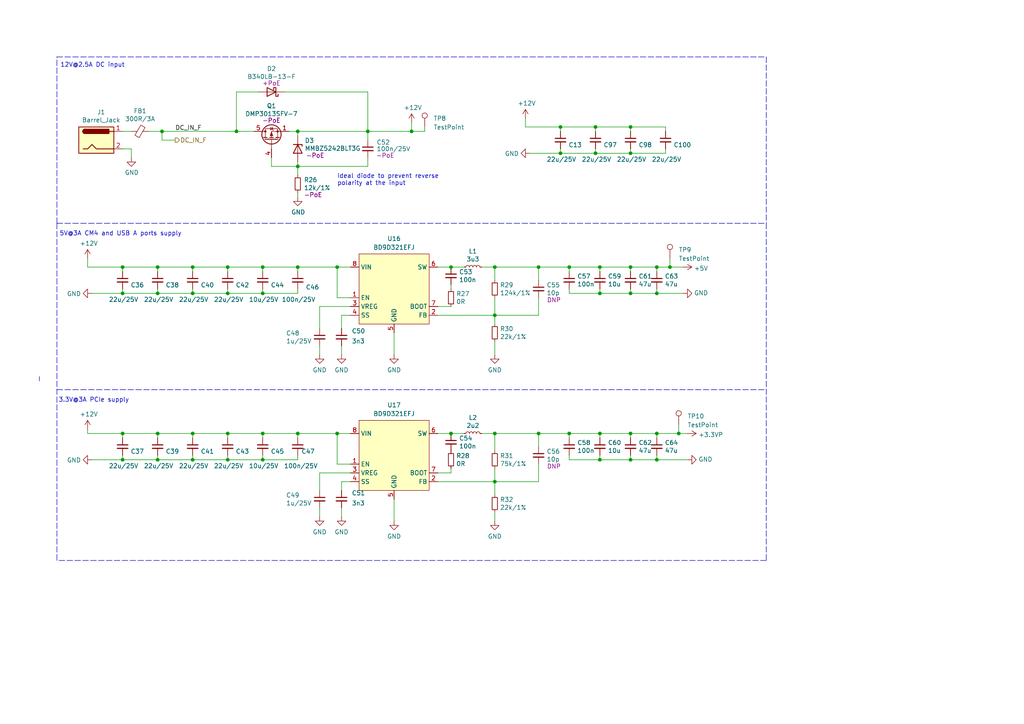
<source format=kicad_sch>
(kicad_sch (version 20210621) (generator eeschema)
  (paper "A4")
  (title_block (title "Power") (date "2021-08-30") (rev "proto1") (company "Nabu Casa") (comment 1 "www.nabucasa.com") (comment 2 "Yellow"))
  (lib_symbols
    (symbol "Amber:BD9D321EFJ"
      (property "Reference" "U16" (at 0 13.97 0))
      (property "Value" "BD9D321EFJ" (at 0 11.43 0))
      (symbol "BD9D321EFJ_0_1"
        (rectangle (start -10.16 10.16) (end 10.16 -10.16) (stroke (width 0.1524)) (fill (type background)))
      )
      (symbol "BD9D321EFJ_1_1"
        (pin input line (at -12.7 -2.54 0) (length 2.54) (name "EN") (number "1"))
        (pin passive line (at 12.7 -7.62 180) (length 2.54) (name "FB") (number "2"))
        (pin power_out line (at -12.7 -5.08 0) (length 2.54) (name "VREG") (number "3"))
        (pin input line (at -12.7 -7.62 0) (length 2.54) (name "SS") (number "4"))
        (pin power_in line (at 0 -12.7 90) (length 2.54) (name "GND") (number "5"))
        (pin power_out line (at 12.7 6.35 180) (length 2.54) (name "SW") (number "6"))
        (pin input line (at 12.7 -5.08 180) (length 2.54) (name "BOOT") (number "7"))
        (pin power_in line (at -12.7 6.35 0) (length 2.54) (name "VIN") (number "8"))
        (pin passive line (at 0 -12.7 90) (length 2.54) hide (name "GND") (number "9"))
      )
    )
    (symbol "Connector:Barrel_Jack" (pin_names (offset 1.016))
      (property "Reference" "J" (at 0 5.334 0))
      (property "Value" "Barrel_Jack" (at 0 -5.08 0))
      (symbol "Barrel_Jack_0_1"
        (rectangle (start -5.08 3.81) (end 5.08 -3.81) (stroke (width 0.254)) (fill (type background)))
        (arc (start -3.302 3.175) (mid -3.937 2.54) (end -3.302 1.905) (stroke (width 0.254)))
        (arc (start -3.302 3.175) (mid -3.937 2.54) (end -3.302 1.905) (stroke (width 0.254)) (fill (type outline)))
        (polyline (pts (xy 5.08 2.54) (xy 3.81 2.54)) (stroke (width 0.254)))
        (polyline (pts (xy -3.81 -2.54) (xy -2.54 -2.54) (xy -1.27 -1.27) (xy 0 -2.54) (xy 2.54 -2.54) (xy 5.08 -2.54)) (stroke (width 0.254)))
        (rectangle (start 3.683 3.175) (end -3.302 1.905) (stroke (width 0.254)) (fill (type outline)))
      )
      (symbol "Barrel_Jack_1_1"
        (pin passive line (at 7.62 2.54 180) (length 2.54) (name "~") (number "1"))
        (pin passive line (at 7.62 -2.54 180) (length 2.54) (name "~") (number "2"))
      )
    )
    (symbol "Connector:TestPoint" (pin_numbers hide) (pin_names (offset 0.762) hide)
      (property "Reference" "TP" (at 0 6.858 0))
      (property "Value" "TestPoint" (at 0 5.08 0))
      (symbol "TestPoint_0_1"
        (circle (center 0 3.302) (radius 0.762))
      )
      (symbol "TestPoint_1_1"
        (pin passive line (at 0 0 90) (length 2.54) (name "1") (number "1"))
      )
    )
    (symbol "Device:C_Small" (pin_numbers hide) (pin_names (offset 0.254) hide)
      (property "Reference" "C" (at 0.254 1.778 0))
      (property "Value" "C_Small" (at 0.254 -2.032 0))
      (symbol "C_Small_0_1"
        (polyline (pts (xy -1.524 -0.508) (xy 1.524 -0.508)) (stroke (width 0.3302)))
        (polyline (pts (xy -1.524 0.508) (xy 1.524 0.508)) (stroke (width 0.3048)))
      )
      (symbol "C_Small_1_1"
        (pin passive line (at 0 2.54 270) (length 2.032) (name "~") (number "1"))
        (pin passive line (at 0 -2.54 90) (length 2.032) (name "~") (number "2"))
      )
    )
    (symbol "Device:D_Schottky" (pin_numbers hide) (pin_names (offset 1.016) hide)
      (property "Reference" "D" (at 0 2.54 0))
      (property "Value" "D_Schottky" (at 0 -2.54 0))
      (symbol "D_Schottky_0_1"
        (polyline (pts (xy 1.27 0) (xy -1.27 0)))
        (polyline (pts (xy 1.27 1.27) (xy 1.27 -1.27) (xy -1.27 0) (xy 1.27 1.27)) (stroke (width 0.254)))
        (polyline (pts (xy -1.905 0.635) (xy -1.905 1.27) (xy -1.27 1.27) (xy -1.27 -1.27) (xy -0.635 -1.27) (xy -0.635 -0.635)) (stroke (width 0.254)))
      )
      (symbol "D_Schottky_1_1"
        (pin passive line (at -3.81 0 0) (length 2.54) (name "K") (number "1"))
        (pin passive line (at 3.81 0 180) (length 2.54) (name "A") (number "2"))
      )
    )
    (symbol "Device:Ferrite_Bead_Small" (pin_numbers hide) (pin_names (offset 0))
      (property "Reference" "FB" (at 1.905 1.27 0))
      (property "Value" "Ferrite_Bead_Small" (at 1.905 -1.27 0))
      (symbol "Ferrite_Bead_Small_0_1"
        (polyline (pts (xy 0 -1.27) (xy 0 -0.7874)))
        (polyline (pts (xy 0 0.889) (xy 0 1.2954)))
        (polyline (pts (xy -1.8288 0.2794) (xy -1.1176 1.4986) (xy 1.8288 -0.2032) (xy 1.1176 -1.4224) (xy -1.8288 0.2794)))
      )
      (symbol "Ferrite_Bead_Small_1_1"
        (pin passive line (at 0 2.54 270) (length 1.27) (name "~") (number "1"))
        (pin passive line (at 0 -2.54 90) (length 1.27) (name "~") (number "2"))
      )
    )
    (symbol "Device:L_Small" (pin_numbers hide) (pin_names (offset 0.254) hide)
      (property "Reference" "L" (at 0.762 1.016 0))
      (property "Value" "L_Small" (at 0.762 -1.016 0))
      (symbol "L_Small_0_1"
        (arc (start 0 -2.032) (mid 0.508 -1.524) (end 0 -1.016))
        (arc (start 0 -1.016) (mid 0.508 -0.508) (end 0 0))
        (arc (start 0 0) (mid 0.508 0.508) (end 0 1.016))
        (arc (start 0 1.016) (mid 0.508 1.524) (end 0 2.032))
      )
      (symbol "L_Small_1_1"
        (pin passive line (at 0 2.54 270) (length 0.508) (name "~") (number "1"))
        (pin passive line (at 0 -2.54 90) (length 0.508) (name "~") (number "2"))
      )
    )
    (symbol "Device:R_Small" (pin_numbers hide) (pin_names (offset 0.254) hide)
      (property "Reference" "R" (at 0.762 0.508 0))
      (property "Value" "R_Small" (at 0.762 -1.016 0))
      (symbol "R_Small_0_1"
        (rectangle (start -0.762 1.778) (end 0.762 -1.778) (stroke (width 0.2032)))
      )
      (symbol "R_Small_1_1"
        (pin passive line (at 0 2.54 270) (length 0.762) (name "~") (number "1"))
        (pin passive line (at 0 -2.54 90) (length 0.762) (name "~") (number "2"))
      )
    )
    (symbol "Diode:BZX84Cxx" (pin_numbers hide) (pin_names hide)
      (property "Reference" "D" (at 0 2.54 0))
      (property "Value" "BZX84Cxx" (at 0 -2.54 0))
      (symbol "BZX84Cxx_0_1"
        (polyline (pts (xy 1.27 0) (xy -1.27 0)))
        (polyline (pts (xy -1.27 -1.27) (xy -1.27 1.27) (xy -0.762 1.27)) (stroke (width 0.254)))
        (polyline (pts (xy 1.27 -1.27) (xy 1.27 1.27) (xy -1.27 0) (xy 1.27 -1.27)) (stroke (width 0.254)))
      )
      (symbol "BZX84Cxx_1_1"
        (pin passive line (at -3.81 0 0) (length 2.54) (name "K") (number "1"))
        (pin passive line (at 3.81 0 180) (length 2.54) (name "A") (number "2"))
      )
    )
    (symbol "Transistor_FET:DMP3013SFV" (pin_names hide)
      (property "Reference" "Q" (at 5.08 1.905 0))
      (property "Value" "DMP3013SFV" (at 5.08 0 0))
      (symbol "DMP3013SFV_0_1"
        (polyline (pts (xy 0.254 0) (xy -2.54 0)))
        (polyline (pts (xy 0.254 1.905) (xy 0.254 -1.905)) (stroke (width 0.254)))
        (polyline (pts (xy 0.762 -1.27) (xy 0.762 -2.286)) (stroke (width 0.254)))
        (polyline (pts (xy 0.762 0.508) (xy 0.762 -0.508)) (stroke (width 0.254)))
        (polyline (pts (xy 0.762 2.286) (xy 0.762 1.27)) (stroke (width 0.254)))
        (polyline (pts (xy 2.54 2.54) (xy 2.54 1.778)))
        (polyline (pts (xy 2.54 -2.54) (xy 2.54 0) (xy 0.762 0)))
        (polyline (pts (xy 0.762 1.778) (xy 3.302 1.778) (xy 3.302 -1.778) (xy 0.762 -1.778)))
        (polyline (pts (xy 2.286 0) (xy 1.27 0.381) (xy 1.27 -0.381) (xy 2.286 0)) (fill (type outline)))
        (polyline (pts (xy 2.794 -0.508) (xy 2.921 -0.381) (xy 3.683 -0.381) (xy 3.81 -0.254)))
        (polyline (pts (xy 3.302 -0.381) (xy 2.921 0.254) (xy 3.683 0.254) (xy 3.302 -0.381)))
        (circle (center 1.651 0) (radius 2.794) (stroke (width 0.254)))
        (circle (center 2.54 -1.778) (radius 0.254) (fill (type outline)))
        (circle (center 2.54 1.778) (radius 0.254) (fill (type outline)))
      )
      (symbol "DMP3013SFV_1_1"
        (pin passive line (at 2.54 -5.08 90) (length 2.54) (name "S") (number "1"))
        (pin passive line (at 2.54 -5.08 90) (length 2.54) hide (name "S") (number "2"))
        (pin passive line (at 2.54 -5.08 90) (length 2.54) hide (name "S") (number "3"))
        (pin passive line (at -5.08 0 0) (length 2.54) (name "G") (number "4"))
        (pin passive line (at 2.54 5.08 270) (length 2.54) (name "D") (number "5"))
      )
    )
    (symbol "power:+12V" (power) (pin_names (offset 0))
      (property "Value" "+12V" (at 0 3.556 0))
      (symbol "+12V_0_1"
        (polyline (pts (xy -0.762 1.27) (xy 0 2.54)))
        (polyline (pts (xy 0 0) (xy 0 2.54)))
        (polyline (pts (xy 0 2.54) (xy 0.762 1.27)))
      )
      (symbol "+12V_1_1"
        (pin power_in line (at 0 0 90) (length 0) hide (name "+12V") (number "1"))
      )
    )
    (symbol "power:+3.3VP" (power) (pin_names (offset 0))
      (property "Value" "+3.3VP" (at 0 2.54 0))
      (symbol "+3.3VP_0_0"
        (pin power_in line (at 0 0 90) (length 0) hide (name "+3.3VP") (number "1"))
      )
      (symbol "+3.3VP_0_1"
        (polyline (pts (xy -0.762 1.27) (xy 0 2.54)))
        (polyline (pts (xy 0 0) (xy 0 2.54)))
        (polyline (pts (xy 0 2.54) (xy 0.762 1.27)))
      )
    )
    (symbol "power:+5V" (power) (pin_names (offset 0))
      (property "Value" "+5V" (at 0 3.556 0))
      (symbol "+5V_0_1"
        (polyline (pts (xy -0.762 1.27) (xy 0 2.54)))
        (polyline (pts (xy 0 0) (xy 0 2.54)))
        (polyline (pts (xy 0 2.54) (xy 0.762 1.27)))
      )
      (symbol "+5V_1_1"
        (pin power_in line (at 0 0 90) (length 0) hide (name "+5V") (number "1"))
      )
    )
    (symbol "power:GND" (power) (pin_names (offset 0))
      (property "Value" "GND" (at 0 -3.81 0))
      (symbol "GND_0_1"
        (polyline (pts (xy 0 0) (xy 0 -1.27) (xy 1.27 -1.27) (xy 0 -2.54) (xy -1.27 -1.27) (xy 0 -1.27)))
      )
      (symbol "GND_1_1"
        (pin power_in line (at 0 0 270) (length 0) hide (name "GND") (number "1"))
      )
    )
  )
  (junction (at 182.88 125.73) (diameter 0.9144))
  (junction (at 173.99 85.09) (diameter 0.9144))
  (junction (at 68.58 38.1) (diameter 0.9144))
  (junction (at 35.56 133.35) (diameter 0.9144))
  (junction (at 86.36 125.73) (diameter 0.9144))
  (junction (at 156.21 77.47) (diameter 0.9144))
  (junction (at 190.5 77.47) (diameter 0.9144))
  (junction (at 162.56 36.83) (diameter 0.9144))
  (junction (at 190.5 85.09) (diameter 0.9144))
  (junction (at 190.5 133.35) (diameter 0.9144))
  (junction (at 196.85 125.73) (diameter 0.9144))
  (junction (at 66.04 85.09) (diameter 0.9144))
  (junction (at 165.1 77.47) (diameter 0.9144))
  (junction (at 55.88 77.47) (diameter 0.9144))
  (junction (at 66.04 125.73) (diameter 0.9144))
  (junction (at 45.72 77.47) (diameter 0.9144))
  (junction (at 97.79 77.47) (diameter 0.9144))
  (junction (at 165.1 125.73) (diameter 0.9144))
  (junction (at 143.51 139.7) (diameter 0.9144))
  (junction (at 119.38 38.1) (diameter 0.9144))
  (junction (at 76.2 125.73) (diameter 0.9144))
  (junction (at 86.36 48.26) (diameter 0.9144))
  (junction (at 45.72 85.09) (diameter 0.9144))
  (junction (at 182.88 44.45) (diameter 0.9144))
  (junction (at 130.81 125.73) (diameter 0.9144))
  (junction (at 194.31 77.47) (diameter 0.9144))
  (junction (at 35.56 85.09) (diameter 0.9144))
  (junction (at 162.56 44.45) (diameter 0.9144))
  (junction (at 66.04 133.35) (diameter 0.9144))
  (junction (at 130.81 77.47) (diameter 0.9144))
  (junction (at 143.51 77.47) (diameter 0.9144))
  (junction (at 143.51 91.44) (diameter 0.9144))
  (junction (at 35.56 125.73) (diameter 0.9144))
  (junction (at 66.04 77.47) (diameter 0.9144))
  (junction (at 76.2 77.47) (diameter 0.9144))
  (junction (at 45.72 133.35) (diameter 0.9144))
  (junction (at 45.72 125.73) (diameter 0.9144))
  (junction (at 106.68 38.1) (diameter 0.9144))
  (junction (at 86.36 77.47) (diameter 0.9144))
  (junction (at 182.88 85.09) (diameter 0.9144))
  (junction (at 182.88 77.47) (diameter 0.9144))
  (junction (at 173.99 77.47) (diameter 0.9144))
  (junction (at 86.36 38.1) (diameter 0.9144))
  (junction (at 97.79 125.73) (diameter 0.9144))
  (junction (at 55.88 133.35) (diameter 0.9144))
  (junction (at 55.88 85.09) (diameter 0.9144))
  (junction (at 172.72 36.83) (diameter 0.9144))
  (junction (at 46.99 38.1) (diameter 0.9144))
  (junction (at 143.51 125.73) (diameter 0.9144))
  (junction (at 55.88 125.73) (diameter 0.9144))
  (junction (at 156.21 125.73) (diameter 0.9144))
  (junction (at 76.2 85.09) (diameter 0.9144))
  (junction (at 182.88 36.83) (diameter 0.9144))
  (junction (at 35.56 77.47) (diameter 0.9144))
  (junction (at 172.72 44.45) (diameter 0.9144))
  (junction (at 173.99 125.73) (diameter 0.9144))
  (junction (at 190.5 125.73) (diameter 0.9144))
  (junction (at 173.99 133.35) (diameter 0.9144))
  (junction (at 182.88 133.35) (diameter 0.9144))
  (junction (at 76.2 133.35) (diameter 0.9144))
  (wire (pts (xy 106.68 38.1) (xy 106.68 40.64)))
  (wire (pts (xy 182.88 132.08) (xy 182.88 133.35)))
  (wire (pts (xy 182.88 43.18) (xy 182.88 44.45)))
  (wire (pts (xy 45.72 125.73) (xy 45.72 127)))
  (polyline (pts (xy 16.51 113.03) (xy 222.25 113.03)) (stroke (width 0) (type dash)))
  (wire (pts (xy 127 88.9) (xy 130.81 88.9)))
  (wire (pts (xy 66.04 77.47) (xy 66.04 78.74)))
  (wire (pts (xy 35.56 125.73) (xy 45.72 125.73)))
  (wire (pts (xy 119.38 35.56) (xy 119.38 38.1)))
  (wire (pts (xy 119.38 38.1) (xy 106.68 38.1)))
  (wire (pts (xy 55.88 77.47) (xy 66.04 77.47)))
  (wire (pts (xy 82.55 26.67) (xy 106.68 26.67)))
  (wire (pts (xy 143.51 77.47) (xy 143.51 81.28)))
  (wire (pts (xy 83.82 38.1) (xy 86.36 38.1)))
  (wire (pts (xy 162.56 36.83) (xy 172.72 36.83)))
  (wire (pts (xy 173.99 125.73) (xy 182.88 125.73)))
  (wire (pts (xy 165.1 125.73) (xy 173.99 125.73)))
  (wire (pts (xy 156.21 125.73) (xy 165.1 125.73)))
  (wire (pts (xy 55.88 83.82) (xy 55.88 85.09)))
  (wire (pts (xy 190.5 132.08) (xy 190.5 133.35)))
  (wire (pts (xy 106.68 45.72) (xy 106.68 48.26)))
  (wire (pts (xy 86.36 77.47) (xy 86.36 78.74)))
  (wire (pts (xy 165.1 77.47) (xy 165.1 78.74)))
  (wire (pts (xy 152.4 36.83) (xy 162.56 36.83)))
  (wire (pts (xy 114.3 96.52) (xy 114.3 102.87)))
  (wire (pts (xy 190.5 85.09) (xy 198.12 85.09)))
  (wire (pts (xy 86.36 132.08) (xy 86.36 133.35)))
  (wire (pts (xy 130.81 77.47) (xy 134.62 77.47)))
  (wire (pts (xy 127 77.47) (xy 130.81 77.47)))
  (wire (pts (xy 86.36 46.99) (xy 86.36 48.26)))
  (wire (pts (xy 190.5 77.47) (xy 194.31 77.47)))
  (wire (pts (xy 194.31 77.47) (xy 198.12 77.47)))
  (wire (pts (xy 182.88 36.83) (xy 182.88 38.1)))
  (wire (pts (xy 190.5 125.73) (xy 196.85 125.73)))
  (wire (pts (xy 196.85 125.73) (xy 199.39 125.73)))
  (wire (pts (xy 86.36 38.1) (xy 106.68 38.1)))
  (wire (pts (xy 153.67 44.45) (xy 162.56 44.45)))
  (wire (pts (xy 86.36 125.73) (xy 86.36 127)))
  (wire (pts (xy 190.5 133.35) (xy 199.39 133.35)))
  (wire (pts (xy 35.56 132.08) (xy 35.56 133.35)))
  (wire (pts (xy 190.5 125.73) (xy 190.5 127)))
  (wire (pts (xy 182.88 36.83) (xy 193.04 36.83)))
  (wire (pts (xy 190.5 77.47) (xy 190.5 78.74)))
  (wire (pts (xy 66.04 132.08) (xy 66.04 133.35)))
  (wire (pts (xy 45.72 83.82) (xy 45.72 85.09)))
  (wire (pts (xy 35.56 77.47) (xy 35.56 78.74)))
  (wire (pts (xy 173.99 133.35) (xy 182.88 133.35)))
  (wire (pts (xy 156.21 86.36) (xy 156.21 91.44)))
  (wire (pts (xy 35.56 125.73) (xy 35.56 127)))
  (wire (pts (xy 165.1 85.09) (xy 173.99 85.09)))
  (wire (pts (xy 99.06 147.32) (xy 99.06 149.86)))
  (wire (pts (xy 123.19 36.83) (xy 123.19 38.1)))
  (wire (pts (xy 123.19 38.1) (xy 119.38 38.1)))
  (wire (pts (xy 196.85 123.19) (xy 196.85 125.73)))
  (wire (pts (xy 156.21 125.73) (xy 156.21 129.54)))
  (wire (pts (xy 86.36 38.1) (xy 86.36 39.37)))
  (wire (pts (xy 68.58 26.67) (xy 74.93 26.67)))
  (wire (pts (xy 68.58 38.1) (xy 68.58 26.67)))
  (wire (pts (xy 78.74 48.26) (xy 86.36 48.26)))
  (wire (pts (xy 78.74 45.72) (xy 78.74 48.26)))
  (wire (pts (xy 156.21 77.47) (xy 165.1 77.47)))
  (wire (pts (xy 143.51 77.47) (xy 156.21 77.47)))
  (wire (pts (xy 45.72 77.47) (xy 45.72 78.74)))
  (wire (pts (xy 97.79 86.36) (xy 101.6 86.36)))
  (wire (pts (xy 97.79 86.36) (xy 97.79 77.47)))
  (wire (pts (xy 92.71 100.33) (xy 92.71 102.87)))
  (wire (pts (xy 76.2 85.09) (xy 86.36 85.09)))
  (wire (pts (xy 66.04 85.09) (xy 76.2 85.09)))
  (wire (pts (xy 152.4 34.29) (xy 152.4 36.83)))
  (wire (pts (xy 114.3 144.78) (xy 114.3 151.13)))
  (wire (pts (xy 162.56 43.18) (xy 162.56 44.45)))
  (wire (pts (xy 99.06 91.44) (xy 99.06 95.25)))
  (wire (pts (xy 66.04 125.73) (xy 66.04 127)))
  (wire (pts (xy 55.88 85.09) (xy 66.04 85.09)))
  (wire (pts (xy 66.04 85.09) (xy 66.04 83.82)))
  (wire (pts (xy 165.1 77.47) (xy 173.99 77.47)))
  (wire (pts (xy 173.99 77.47) (xy 182.88 77.47)))
  (wire (pts (xy 38.1 43.18) (xy 38.1 45.72)))
  (wire (pts (xy 76.2 125.73) (xy 76.2 127)))
  (wire (pts (xy 173.99 125.73) (xy 173.99 127)))
  (wire (pts (xy 130.81 125.73) (xy 134.62 125.73)))
  (wire (pts (xy 139.7 125.73) (xy 143.51 125.73)))
  (wire (pts (xy 127 125.73) (xy 130.81 125.73)))
  (wire (pts (xy 173.99 77.47) (xy 173.99 78.74)))
  (wire (pts (xy 86.36 55.88) (xy 86.36 57.15)))
  (wire (pts (xy 55.88 132.08) (xy 55.88 133.35)))
  (wire (pts (xy 172.72 44.45) (xy 182.88 44.45)))
  (polyline (pts (xy 16.51 64.77) (xy 222.25 64.77)) (stroke (width 0) (type dash)))
  (wire (pts (xy 172.72 36.83) (xy 172.72 38.1)))
  (wire (pts (xy 173.99 132.08) (xy 173.99 133.35)))
  (wire (pts (xy 127 137.16) (xy 130.81 137.16)))
  (wire (pts (xy 35.56 83.82) (xy 35.56 85.09)))
  (wire (pts (xy 86.36 125.73) (xy 97.79 125.73)))
  (wire (pts (xy 97.79 125.73) (xy 101.6 125.73)))
  (polyline (pts (xy 16.51 64.77) (xy 16.51 162.56)) (stroke (width 0) (type dash)))
  (wire (pts (xy 182.88 77.47) (xy 182.88 78.74)))
  (wire (pts (xy 162.56 44.45) (xy 172.72 44.45)))
  (wire (pts (xy 35.56 38.1) (xy 38.1 38.1)))
  (wire (pts (xy 92.71 88.9) (xy 92.71 95.25)))
  (wire (pts (xy 45.72 77.47) (xy 55.88 77.47)))
  (wire (pts (xy 45.72 133.35) (xy 55.88 133.35)))
  (wire (pts (xy 92.71 147.32) (xy 92.71 149.86)))
  (wire (pts (xy 55.88 77.47) (xy 55.88 78.74)))
  (wire (pts (xy 92.71 137.16) (xy 101.6 137.16)))
  (wire (pts (xy 165.1 83.82) (xy 165.1 85.09)))
  (wire (pts (xy 25.4 77.47) (xy 35.56 77.47)))
  (wire (pts (xy 99.06 100.33) (xy 99.06 102.87)))
  (wire (pts (xy 165.1 132.08) (xy 165.1 133.35)))
  (wire (pts (xy 143.51 125.73) (xy 156.21 125.73)))
  (wire (pts (xy 25.4 124.46) (xy 25.4 125.73)))
  (wire (pts (xy 182.88 77.47) (xy 190.5 77.47)))
  (wire (pts (xy 35.56 43.18) (xy 38.1 43.18)))
  (wire (pts (xy 76.2 83.82) (xy 76.2 85.09)))
  (wire (pts (xy 156.21 77.47) (xy 156.21 81.28)))
  (wire (pts (xy 143.51 125.73) (xy 143.51 130.81)))
  (wire (pts (xy 172.72 36.83) (xy 182.88 36.83)))
  (wire (pts (xy 76.2 77.47) (xy 86.36 77.47)))
  (wire (pts (xy 66.04 77.47) (xy 76.2 77.47)))
  (wire (pts (xy 66.04 133.35) (xy 76.2 133.35)))
  (wire (pts (xy 55.88 133.35) (xy 66.04 133.35)))
  (wire (pts (xy 143.51 139.7) (xy 156.21 139.7)))
  (wire (pts (xy 182.88 125.73) (xy 182.88 127)))
  (wire (pts (xy 76.2 132.08) (xy 76.2 133.35)))
  (wire (pts (xy 143.51 86.36) (xy 143.51 91.44)))
  (wire (pts (xy 173.99 83.82) (xy 173.99 85.09)))
  (wire (pts (xy 143.51 91.44) (xy 143.51 93.98)))
  (wire (pts (xy 99.06 139.7) (xy 101.6 139.7)))
  (wire (pts (xy 76.2 133.35) (xy 86.36 133.35)))
  (wire (pts (xy 86.36 85.09) (xy 86.36 83.82)))
  (wire (pts (xy 46.99 40.64) (xy 46.99 38.1)))
  (wire (pts (xy 50.8 40.64) (xy 46.99 40.64)))
  (wire (pts (xy 99.06 91.44) (xy 101.6 91.44)))
  (wire (pts (xy 35.56 133.35) (xy 45.72 133.35)))
  (wire (pts (xy 173.99 85.09) (xy 182.88 85.09)))
  (wire (pts (xy 92.71 137.16) (xy 92.71 142.24)))
  (wire (pts (xy 92.71 88.9) (xy 101.6 88.9)))
  (wire (pts (xy 182.88 125.73) (xy 190.5 125.73)))
  (wire (pts (xy 127 139.7) (xy 143.51 139.7)))
  (wire (pts (xy 45.72 125.73) (xy 55.88 125.73)))
  (wire (pts (xy 99.06 139.7) (xy 99.06 142.24)))
  (wire (pts (xy 97.79 134.62) (xy 101.6 134.62)))
  (wire (pts (xy 172.72 43.18) (xy 172.72 44.45)))
  (polyline (pts (xy 16.51 64.77) (xy 16.51 16.51)) (stroke (width 0) (type dash)))
  (polyline (pts (xy 16.51 16.51) (xy 222.25 16.51)) (stroke (width 0) (type dash)))
  (polyline (pts (xy 222.25 16.51) (xy 222.25 64.77)) (stroke (width 0) (type dash)))
  (wire (pts (xy 190.5 83.82) (xy 190.5 85.09)))
  (wire (pts (xy 45.72 132.08) (xy 45.72 133.35)))
  (wire (pts (xy 143.51 135.89) (xy 143.51 139.7)))
  (wire (pts (xy 143.51 139.7) (xy 143.51 143.51)))
  (wire (pts (xy 66.04 125.73) (xy 76.2 125.73)))
  (wire (pts (xy 55.88 125.73) (xy 66.04 125.73)))
  (wire (pts (xy 35.56 85.09) (xy 45.72 85.09)))
  (wire (pts (xy 45.72 85.09) (xy 55.88 85.09)))
  (wire (pts (xy 26.67 85.09) (xy 35.56 85.09)))
  (wire (pts (xy 35.56 77.47) (xy 45.72 77.47)))
  (wire (pts (xy 130.81 135.89) (xy 130.81 137.16)))
  (wire (pts (xy 182.88 44.45) (xy 193.04 44.45)))
  (wire (pts (xy 76.2 125.73) (xy 86.36 125.73)))
  (wire (pts (xy 156.21 134.62) (xy 156.21 139.7)))
  (wire (pts (xy 162.56 36.83) (xy 162.56 38.1)))
  (wire (pts (xy 127 91.44) (xy 143.51 91.44)))
  (wire (pts (xy 143.51 91.44) (xy 156.21 91.44)))
  (wire (pts (xy 143.51 148.59) (xy 143.51 151.13)))
  (wire (pts (xy 25.4 125.73) (xy 35.56 125.73)))
  (wire (pts (xy 193.04 44.45) (xy 193.04 43.18)))
  (wire (pts (xy 194.31 74.93) (xy 194.31 77.47)))
  (wire (pts (xy 165.1 125.73) (xy 165.1 127)))
  (wire (pts (xy 182.88 85.09) (xy 190.5 85.09)))
  (wire (pts (xy 182.88 133.35) (xy 190.5 133.35)))
  (wire (pts (xy 55.88 125.73) (xy 55.88 127)))
  (polyline (pts (xy 222.25 64.77) (xy 222.25 162.56)) (stroke (width 0) (type dash)))
  (wire (pts (xy 97.79 134.62) (xy 97.79 125.73)))
  (wire (pts (xy 26.67 133.35) (xy 35.56 133.35)))
  (polyline (pts (xy 222.25 162.56) (xy 16.51 162.56)) (stroke (width 0) (type dash)))
  (wire (pts (xy 86.36 48.26) (xy 86.36 50.8)))
  (wire (pts (xy 68.58 38.1) (xy 73.66 38.1)))
  (wire (pts (xy 46.99 38.1) (xy 68.58 38.1)))
  (wire (pts (xy 43.18 38.1) (xy 46.99 38.1)))
  (polyline (pts (xy 11.43 109.22) (xy 11.43 110.49)) (stroke (width 0) (type dash)))
  (wire (pts (xy 97.79 77.47) (xy 101.6 77.47)))
  (wire (pts (xy 86.36 77.47) (xy 97.79 77.47)))
  (wire (pts (xy 165.1 133.35) (xy 173.99 133.35)))
  (wire (pts (xy 143.51 99.06) (xy 143.51 102.87)))
  (wire (pts (xy 193.04 36.83) (xy 193.04 38.1)))
  (wire (pts (xy 25.4 74.93) (xy 25.4 77.47)))
  (wire (pts (xy 86.36 48.26) (xy 106.68 48.26)))
  (wire (pts (xy 106.68 26.67) (xy 106.68 38.1)))
  (wire (pts (xy 182.88 83.82) (xy 182.88 85.09)))
  (wire (pts (xy 76.2 77.47) (xy 76.2 78.74)))
  (wire (pts (xy 139.7 77.47) (xy 143.51 77.47)))
  (wire (pts (xy 130.81 82.55) (xy 130.81 83.82)))
  (text "3.3V@3A PCIe supply" (at 37.465 116.84 180) (effects (font (size 1.27 1.27)) (justify right bottom)))
  (text "Ideal diode to prevent reverse\npolarity at the input" (at 97.79 53.975 0) (effects (font (size 1.27 1.27)) (justify left bottom)))
  (text "5V@3A CM4 and USB A ports supply" (at 52.705 68.58 180) (effects (font (size 1.27 1.27)) (justify right bottom)))
  (text "12V@2.5A DC input" (at 36.195 19.685 180) (effects (font (size 1.27 1.27)) (justify right bottom)))
  (label "DC_IN_F" (at 50.8 38.1 0))
  (hierarchical_label "DC_IN_F" (shape output) (at 50.8 40.64 0))
  (symbol (lib_id "Device:R_Small") (at 143.51 83.82 180) (unit 1)
    (property "Reference" "R29" (at 145.0087 82.6706 0) (effects (justify right)))
    (property "Value" "124k/1%" (at 145.009 84.969 0) (effects (justify right)))
    (property "Footprint" "Resistor_SMD:R_0402_1005Metric" (effects hide))
  )
  (symbol (lib_id "power:+5V") (at 198.12 77.47 270) (unit 1)
    (property "Reference" "#PWR0110" (effects hide))
    (property "Value" "+5V" (at 201.2951 77.8383 90) (effects (justify left)))
  )
  (symbol (lib_id "Device:C_Small") (at 165.1 129.54 0) (unit 1)
    (property "Reference" "C58" (at 167.4242 128.3906 0) (effects (justify left)))
    (property "Value" "100n" (at 167.424 130.689 0) (effects (justify left)))
    (property "Footprint" "Capacitor_SMD:C_0402_1005Metric" (effects hide))
  )
  (symbol (lib_id "Device:R_Small") (at 130.81 86.36 180) (unit 1)
    (property "Reference" "R27" (at 132.3087 85.2106 0) (effects (justify right)))
    (property "Value" "0R" (at 132.309 87.509 0) (effects (justify right)))
    (property "Footprint" "Resistor_SMD:R_0402_1005Metric" (effects hide))
  )
  (symbol (lib_id "Device:C_Small") (at 190.5 129.54 0) (unit 1)
    (property "Reference" "C64" (at 192.8242 128.3906 0) (effects (justify left)))
    (property "Value" "47u" (at 192.824 130.689 0) (effects (justify left)))
    (property "Footprint" "Capacitor_SMD:C_0805_2012Metric" (effects hide))
  )
  (symbol (lib_id "Device:C_Small") (at 182.88 81.28 0) (unit 1)
    (property "Reference" "C61" (at 185.2042 80.1306 0) (effects (justify left)))
    (property "Value" "47u" (at 185.204 82.429 0) (effects (justify left)))
    (property "Footprint" "Capacitor_SMD:C_0805_2012Metric" (effects hide))
  )
  (symbol (lib_id "Amber:BD9D321EFJ") (at 114.3 83.82 0) (unit 1)
    (property "Reference" "U16" (at 114.3 69.215 0))
    (property "Value" "BD9D321EFJ" (at 114.3 71.755 0))
    (property "Footprint" "Package_SO:HTSOP-8-1EP_3.9x4.9mm_P1.27mm_EP2.4x3.2mm_ThermalVias" (effects hide))
    (property "Datasheet" "https://fscdn.rohm.com/en/products/databook/datasheet/ic/power/switching_regulator/bd9d321efj-e.pdf" (effects hide))
    (property "Manufacturer" "Rohm" (effects hide))
    (property "PartNumber" "BD9D321EFJ" (effects hide))
  )
  (symbol (lib_id "power:+3.3VP") (at 199.39 125.73 270) (unit 1)
    (property "Reference" "#PWR0112" (effects hide))
    (property "Value" "+3.3VP" (at 202.5651 126.0983 90) (effects (justify left)))
  )
  (symbol (lib_id "Device:C_Small") (at 106.68 43.18 0) (unit 1)
    (property "Reference" "C52" (at 109.22 41.275 0) (effects (justify left)))
    (property "Value" "100n/25V" (at 109.22 43.18 0) (effects (justify left)))
    (property "Footprint" "Capacitor_SMD:C_0402_1005Metric" (effects hide))
    (property "Config" "-PoE" (at 111.76 45.085 0))
  )
  (symbol (lib_id "Device:C_Small") (at 193.04 40.64 0) (unit 1)
    (property "Reference" "C100" (at 195.3642 42.0306 0) (effects (justify left)))
    (property "Value" "22u/25V" (at 189.014 46.234 0) (effects (justify left)))
    (property "Footprint" "Capacitor_SMD:C_0805_2012Metric" (effects hide))
  )
  (symbol (lib_id "Device:R_Small") (at 143.51 133.35 180) (unit 1)
    (property "Reference" "R31" (at 145.0087 132.2006 0) (effects (justify right)))
    (property "Value" "75k/1%" (at 145.009 134.499 0) (effects (justify right)))
    (property "Footprint" "Resistor_SMD:R_0402_1005Metric" (effects hide))
  )
  (symbol (lib_id "Device:C_Small") (at 66.04 129.54 0) (unit 1)
    (property "Reference" "C43" (at 68.3642 130.9306 0) (effects (justify left)))
    (property "Value" "22u/25V" (at 62.014 135.134 0) (effects (justify left)))
    (property "Footprint" "Capacitor_SMD:C_0805_2012Metric" (effects hide))
  )
  (symbol (lib_id "Device:C_Small") (at 173.99 129.54 0) (unit 1)
    (property "Reference" "C60" (at 176.3142 128.3906 0) (effects (justify left)))
    (property "Value" "10u" (at 176.314 130.689 0) (effects (justify left)))
    (property "Footprint" "Capacitor_SMD:C_0805_2012Metric" (effects hide))
  )
  (symbol (lib_id "power:GND") (at 114.3 151.13 0) (unit 1)
    (property "Reference" "#PWR0106" (effects hide))
    (property "Value" "GND" (at 114.3 155.575 0))
  )
  (symbol (lib_id "Device:C_Small") (at 156.21 132.08 0) (unit 1)
    (property "Reference" "C56" (at 158.5342 130.9306 0) (effects (justify left)))
    (property "Value" "10p" (at 158.534 133.229 0) (effects (justify left)))
    (property "Footprint" "Capacitor_SMD:C_0402_1005Metric" (effects hide))
    (property "Config" "DNP" (at 160.655 135.255 0))
  )
  (symbol (lib_id "power:GND") (at 114.3 102.87 0) (unit 1)
    (property "Reference" "#PWR0105" (effects hide))
    (property "Value" "GND" (at 114.3 107.315 0))
  )
  (symbol (lib_id "Device:C_Small") (at 173.99 81.28 0) (unit 1)
    (property "Reference" "C59" (at 176.3142 80.1306 0) (effects (justify left)))
    (property "Value" "10u" (at 176.314 82.429 0) (effects (justify left)))
    (property "Footprint" "Capacitor_SMD:C_0805_2012Metric" (effects hide))
  )
  (symbol (lib_id "power:+12V") (at 25.4 74.93 0) (unit 1)
    (property "Reference" "#PWR095" (effects hide))
    (property "Value" "+12V" (at 25.7683 70.6056 0))
  )
  (symbol (lib_id "power:+12V") (at 25.4 124.46 0) (unit 1)
    (property "Reference" "#PWR096" (effects hide))
    (property "Value" "+12V" (at 25.7683 120.1356 0))
  )
  (symbol (lib_id "Device:C_Small") (at 55.88 81.28 0) (unit 1)
    (property "Reference" "C40" (at 58.2042 82.6706 0) (effects (justify left)))
    (property "Value" "22u/25V" (at 51.854 86.874 0) (effects (justify left)))
    (property "Footprint" "Capacitor_SMD:C_0805_2012Metric" (effects hide))
  )
  (symbol (lib_id "power:+12V") (at 119.38 35.56 0) (unit 1)
    (property "Reference" "#PWR0107" (effects hide))
    (property "Value" "+12V" (at 119.7483 31.2356 0))
  )
  (symbol (lib_id "Device:L_Small") (at 137.16 77.47 90) (unit 1)
    (property "Reference" "L1" (at 137.16 72.8788 90))
    (property "Value" "3u3" (at 137.16 75.178 90))
    (property "Footprint" "Inductor_SMD:L_Taiyo-Yuden_NR-80xx" (effects hide))
    (property "Manufacturer" "Taiyo Yuden" (effects hide))
    (property "PartNumber" "NRS8030T3R3MJGJ" (effects hide))
  )
  (symbol (lib_id "power:GND") (at 143.51 102.87 0) (unit 1)
    (property "Reference" "#PWR0108" (effects hide))
    (property "Value" "GND" (at 143.51 107.315 0))
  )
  (symbol (lib_id "power:GND") (at 153.67 44.45 270) (unit 1)
    (property "Reference" "#PWR035" (effects hide))
    (property "Value" "GND" (at 150.495 44.5643 90) (effects (justify right)))
  )
  (symbol (lib_id "power:GND") (at 86.36 57.15 0) (unit 1)
    (property "Reference" "#PWR0100" (effects hide))
    (property "Value" "GND" (at 86.487 61.5442 0))
  )
  (symbol (lib_id "Connector:TestPoint") (at 196.85 123.19 0) (unit 1)
    (property "Reference" "TP10" (at 199.39 120.7134 0) (effects (justify left)))
    (property "Value" "TestPoint" (at 199.39 123.2534 0) (effects (justify left)))
    (property "Footprint" "TestPoint:TestPoint_Pad_D1.0mm" (effects hide))
  )
  (symbol (lib_id "Device:C_Small") (at 86.36 81.28 0) (unit 1)
    (property "Reference" "C46" (at 88.6842 83.3056 0) (effects (justify left)))
    (property "Value" "100n/25V" (at 81.699 86.874 0) (effects (justify left)))
    (property "Footprint" "Capacitor_SMD:C_0402_1005Metric" (effects hide))
  )
  (symbol (lib_id "Device:Ferrite_Bead_Small") (at 40.64 38.1 90) (unit 1)
    (property "Reference" "FB1" (at 40.64 32.188 90))
    (property "Value" "300R/3A" (at 40.64 34.4867 90))
    (property "Footprint" "Resistor_SMD:R_0805_2012Metric" (effects hide))
    (property "Manufacturer" "Würth Elektronik" (effects hide))
    (property "PartNumber" "742792031" (effects hide))
  )
  (symbol (lib_id "Device:C_Small") (at 172.72 40.64 0) (unit 1)
    (property "Reference" "C97" (at 175.0442 42.0306 0) (effects (justify left)))
    (property "Value" "22u/25V" (at 168.694 46.234 0) (effects (justify left)))
    (property "Footprint" "Capacitor_SMD:C_0805_2012Metric" (effects hide))
  )
  (symbol (lib_id "power:GND") (at 26.67 133.35 270) (unit 1)
    (property "Reference" "#PWR098" (effects hide))
    (property "Value" "GND" (at 23.495 133.4643 90) (effects (justify right)))
  )
  (symbol (lib_id "Device:C_Small") (at 182.88 129.54 0) (unit 1)
    (property "Reference" "C62" (at 185.2042 128.3906 0) (effects (justify left)))
    (property "Value" "47u" (at 185.204 130.689 0) (effects (justify left)))
    (property "Footprint" "Capacitor_SMD:C_0805_2012Metric" (effects hide))
  )
  (symbol (lib_id "Amber:BD9D321EFJ") (at 114.3 132.08 0) (unit 1)
    (property "Reference" "U17" (at 114.3 117.475 0))
    (property "Value" "BD9D321EFJ" (at 114.3 120.015 0))
    (property "Footprint" "Package_SO:HTSOP-8-1EP_3.9x4.9mm_P1.27mm_EP2.4x3.2mm_ThermalVias" (effects hide))
    (property "Datasheet" "https://fscdn.rohm.com/en/products/databook/datasheet/ic/power/switching_regulator/bd9d321efj-e.pdf" (effects hide))
    (property "Manufacturer" "Rohm" (effects hide))
    (property "PartNumber" "BD9D321EFJ" (effects hide))
  )
  (symbol (lib_id "Device:D_Schottky") (at 78.74 26.67 180) (unit 1)
    (property "Reference" "D2" (at 78.74 19.92 0))
    (property "Value" "B340LB-13-F" (at 78.74 22.2185 0))
    (property "Footprint" "Diode_SMD:D_SMB" (effects hide))
    (property "Datasheet" "https://www.diodes.com/assets/Datasheets/ds30240.pdf" (effects hide))
    (property "Manufacturer" "Diodes Incorporated" (effects hide))
    (property "PartNumber" "B340LB-13-F" (effects hide))
    (property "Config" "+PoE" (at 78.74 24.13 0))
  )
  (symbol (lib_id "Device:C_Small") (at 92.71 97.79 0) (unit 1)
    (property "Reference" "C48" (at 82.9692 96.6406 0) (effects (justify left)))
    (property "Value" "1u/25V" (at 82.969 98.939 0) (effects (justify left)))
    (property "Footprint" "Capacitor_SMD:C_0402_1005Metric" (effects hide))
  )
  (symbol (lib_id "Diode:BZX84Cxx") (at 86.36 43.18 270) (unit 1)
    (property "Reference" "D3" (at 88.392 40.767 90) (effects (justify left)))
    (property "Value" "MMBZ5242BLT3G" (at 88.392 43.053 90) (effects (justify left)))
    (property "Footprint" "Diode_SMD:D_SOT-23_ANK" (effects hide))
    (property "Datasheet" "https://diotec.com/tl_files/diotec/files/pdf/datasheets/bzx84c2v4.pdf" (effects hide))
    (property "Manufacturer" "ON Semiconductor" (effects hide))
    (property "PartNumber" "MMBZ5242BLT3G" (effects hide))
    (property "Config" "-PoE" (at 91.44 45.085 90))
  )
  (symbol (lib_id "Connector:TestPoint") (at 123.19 36.83 0) (unit 1)
    (property "Reference" "TP8" (at 125.73 34.3534 0) (effects (justify left)))
    (property "Value" "TestPoint" (at 125.73 36.8934 0) (effects (justify left)))
    (property "Footprint" "TestPoint:TestPoint_Pad_D1.0mm" (effects hide))
  )
  (symbol (lib_id "power:GND") (at 26.67 85.09 270) (unit 1)
    (property "Reference" "#PWR097" (effects hide))
    (property "Value" "GND" (at 23.495 85.2043 90) (effects (justify right)))
  )
  (symbol (lib_id "power:GND") (at 38.1 45.72 0) (unit 1)
    (property "Reference" "#PWR099" (effects hide))
    (property "Value" "GND" (at 38.2143 50.0444 0))
  )
  (symbol (lib_id "Device:L_Small") (at 137.16 125.73 90) (unit 1)
    (property "Reference" "L2" (at 137.16 121.1388 90))
    (property "Value" "2u2" (at 137.16 123.438 90))
    (property "Footprint" "Inductor_SMD:L_Taiyo-Yuden_NR-50xx" (effects hide))
    (property "Manufacturer" "Taiyo Yuden" (effects hide))
    (property "PartNumber" "NRS5040T2R2NMGJ" (effects hide))
  )
  (symbol (lib_id "power:GND") (at 143.51 151.13 0) (unit 1)
    (property "Reference" "#PWR0109" (effects hide))
    (property "Value" "GND" (at 143.51 155.575 0))
  )
  (symbol (lib_id "Connector:TestPoint") (at 194.31 74.93 0) (unit 1)
    (property "Reference" "TP9" (at 196.85 72.4534 0) (effects (justify left)))
    (property "Value" "TestPoint" (at 196.85 74.9934 0) (effects (justify left)))
    (property "Footprint" "TestPoint:TestPoint_Pad_D1.0mm" (effects hide))
  )
  (symbol (lib_id "Device:R_Small") (at 143.51 96.52 180) (unit 1)
    (property "Reference" "R30" (at 145.0087 95.3706 0) (effects (justify right)))
    (property "Value" "22k/1%" (at 145.009 97.669 0) (effects (justify right)))
    (property "Footprint" "Resistor_SMD:R_0402_1005Metric" (effects hide))
  )
  (symbol (lib_id "Device:C_Small") (at 156.21 83.82 0) (unit 1)
    (property "Reference" "C55" (at 158.5342 82.6706 0) (effects (justify left)))
    (property "Value" "10p" (at 158.534 84.969 0) (effects (justify left)))
    (property "Footprint" "Capacitor_SMD:C_0402_1005Metric" (effects hide))
    (property "Config" "DNP" (at 160.655 86.995 0))
  )
  (symbol (lib_id "power:+12V") (at 152.4 34.29 0) (unit 1)
    (property "Reference" "#PWR032" (effects hide))
    (property "Value" "+12V" (at 152.7683 29.9656 0))
  )
  (symbol (lib_id "Device:C_Small") (at 45.72 129.54 0) (unit 1)
    (property "Reference" "C39" (at 48.0442 130.9306 0) (effects (justify left)))
    (property "Value" "22u/25V" (at 41.694 135.134 0) (effects (justify left)))
    (property "Footprint" "Capacitor_SMD:C_0805_2012Metric" (effects hide))
  )
  (symbol (lib_id "power:GND") (at 99.06 102.87 0) (unit 1)
    (property "Reference" "#PWR0103" (effects hide))
    (property "Value" "GND" (at 99.06 107.315 0))
  )
  (symbol (lib_id "Device:R_Small") (at 86.36 53.34 0) (unit 1)
    (property "Reference" "R26" (at 88.138 52.1716 0) (effects (justify left)))
    (property "Value" "12k/1%" (at 88.138 54.483 0) (effects (justify left)))
    (property "Footprint" "Resistor_SMD:R_0402_1005Metric" (effects hide))
    (property "Config" "-PoE" (at 90.805 56.515 0))
  )
  (symbol (lib_id "Device:C_Small") (at 130.81 128.27 0) (unit 1)
    (property "Reference" "C54" (at 133.1342 127.1206 0) (effects (justify left)))
    (property "Value" "100n" (at 133.134 129.419 0) (effects (justify left)))
    (property "Footprint" "Capacitor_SMD:C_0402_1005Metric" (effects hide))
  )
  (symbol (lib_id "Device:R_Small") (at 130.81 133.35 180) (unit 1)
    (property "Reference" "R28" (at 132.3087 132.2006 0) (effects (justify right)))
    (property "Value" "0R" (at 132.309 134.499 0) (effects (justify right)))
    (property "Footprint" "Resistor_SMD:R_0402_1005Metric" (effects hide))
  )
  (symbol (lib_id "Device:C_Small") (at 165.1 81.28 0) (unit 1)
    (property "Reference" "C57" (at 167.4242 80.1306 0) (effects (justify left)))
    (property "Value" "100n" (at 167.424 82.429 0) (effects (justify left)))
    (property "Footprint" "Capacitor_SMD:C_0402_1005Metric" (effects hide))
  )
  (symbol (lib_id "Transistor_FET:DMP3013SFV") (at 78.74 40.64 90) (unit 1)
    (property "Reference" "Q1" (at 78.74 30.7086 90))
    (property "Value" "DMP3013SFV-7" (at 78.74 33.02 90))
    (property "Footprint" "Package_SON:Diodes_PowerDI3333-8" (effects hide))
    (property "Datasheet" "https://www.diodes.com/assets/Datasheets/DMP3013SFV.pdf" (effects hide))
    (property "Manufacturer" "Diodes Incorporated" (effects hide))
    (property "PartNumber" "DMP3013SFV-7" (effects hide))
    (property "Config" "-PoE" (at 78.74 34.925 90))
  )
  (symbol (lib_id "power:GND") (at 99.06 149.86 0) (unit 1)
    (property "Reference" "#PWR0104" (effects hide))
    (property "Value" "GND" (at 99.06 154.305 0))
  )
  (symbol (lib_id "Device:C_Small") (at 130.81 80.01 0) (unit 1)
    (property "Reference" "C53" (at 133.1342 78.8606 0) (effects (justify left)))
    (property "Value" "100n" (at 133.134 81.159 0) (effects (justify left)))
    (property "Footprint" "Capacitor_SMD:C_0402_1005Metric" (effects hide))
  )
  (symbol (lib_id "Device:C_Small") (at 162.56 40.64 0) (unit 1)
    (property "Reference" "C13" (at 164.8842 42.0306 0) (effects (justify left)))
    (property "Value" "22u/25V" (at 158.534 46.234 0) (effects (justify left)))
    (property "Footprint" "Capacitor_SMD:C_0805_2012Metric" (effects hide))
  )
  (symbol (lib_id "Device:C_Small") (at 190.5 81.28 0) (unit 1)
    (property "Reference" "C63" (at 192.8242 80.1306 0) (effects (justify left)))
    (property "Value" "47u" (at 192.824 82.429 0) (effects (justify left)))
    (property "Footprint" "Capacitor_SMD:C_0805_2012Metric" (effects hide))
  )
  (symbol (lib_id "Device:C_Small") (at 76.2 81.28 0) (unit 1)
    (property "Reference" "C44" (at 78.5242 82.6706 0) (effects (justify left)))
    (property "Value" "10u/25V" (at 72.174 86.874 0) (effects (justify left)))
    (property "Footprint" "Capacitor_SMD:C_0805_2012Metric" (effects hide))
  )
  (symbol (lib_id "Device:C_Small") (at 35.56 129.54 0) (unit 1)
    (property "Reference" "C37" (at 37.8842 130.9306 0) (effects (justify left)))
    (property "Value" "22u/25V" (at 31.534 135.134 0) (effects (justify left)))
    (property "Footprint" "Capacitor_SMD:C_0805_2012Metric" (effects hide))
  )
  (symbol (lib_id "power:GND") (at 92.71 149.86 0) (unit 1)
    (property "Reference" "#PWR0102" (effects hide))
    (property "Value" "GND" (at 92.71 154.305 0))
  )
  (symbol (lib_id "Device:C_Small") (at 86.36 129.54 0) (unit 1)
    (property "Reference" "C47" (at 87.4142 130.9306 0) (effects (justify left)))
    (property "Value" "100n/25V" (at 82.334 135.134 0) (effects (justify left)))
    (property "Footprint" "Capacitor_SMD:C_0402_1005Metric" (effects hide))
  )
  (symbol (lib_id "Device:C_Small") (at 55.88 129.54 0) (unit 1)
    (property "Reference" "C41" (at 58.2042 130.9306 0) (effects (justify left)))
    (property "Value" "22u/25V" (at 51.854 135.134 0) (effects (justify left)))
    (property "Footprint" "Capacitor_SMD:C_0805_2012Metric" (effects hide))
  )
  (symbol (lib_id "Device:C_Small") (at 66.04 81.28 0) (unit 1)
    (property "Reference" "C42" (at 68.3642 82.6706 0) (effects (justify left)))
    (property "Value" "22u/25V" (at 62.014 86.874 0) (effects (justify left)))
    (property "Footprint" "Capacitor_SMD:C_0805_2012Metric" (effects hide))
  )
  (symbol (lib_id "power:GND") (at 198.12 85.09 90) (unit 1)
    (property "Reference" "#PWR0111" (effects hide))
    (property "Value" "GND" (at 201.2951 84.9757 90) (effects (justify right)))
  )
  (symbol (lib_id "Device:C_Small") (at 182.88 40.64 0) (unit 1)
    (property "Reference" "C98" (at 185.2042 42.0306 0) (effects (justify left)))
    (property "Value" "22u/25V" (at 178.854 46.234 0) (effects (justify left)))
    (property "Footprint" "Capacitor_SMD:C_0805_2012Metric" (effects hide))
  )
  (symbol (lib_id "Connector:Barrel_Jack") (at 27.94 40.64 0) (unit 1)
    (property "Reference" "J1" (at 29.337 32.5182 0))
    (property "Value" "Barrel_Jack" (at 29.337 34.8169 0))
    (property "Footprint" "Amber:BarrelJack_CUI_PJ-002A" (effects hide))
    (property "Manufacturer" "CUI Devices" (effects hide))
    (property "PartNumber" "PJ-002A" (effects hide))
  )
  (symbol (lib_id "power:GND") (at 92.71 102.87 0) (unit 1)
    (property "Reference" "#PWR0101" (effects hide))
    (property "Value" "GND" (at 92.71 107.315 0))
  )
  (symbol (lib_id "Device:R_Small") (at 143.51 146.05 180) (unit 1)
    (property "Reference" "R32" (at 145.0087 144.9006 0) (effects (justify right)))
    (property "Value" "22k/1%" (at 145.009 147.199 0) (effects (justify right)))
    (property "Footprint" "Resistor_SMD:R_0402_1005Metric" (effects hide))
  )
  (symbol (lib_id "Device:C_Small") (at 92.71 144.78 0) (unit 1)
    (property "Reference" "C49" (at 82.9692 143.6306 0) (effects (justify left)))
    (property "Value" "1u/25V" (at 82.969 145.929 0) (effects (justify left)))
    (property "Footprint" "Capacitor_SMD:C_0402_1005Metric" (effects hide))
  )
  (symbol (lib_id "Device:C_Small") (at 99.06 97.79 0) (unit 1)
    (property "Reference" "C50" (at 102.0192 96.0056 0) (effects (justify left)))
    (property "Value" "3n3" (at 102.019 98.939 0) (effects (justify left)))
    (property "Footprint" "Capacitor_SMD:C_0402_1005Metric" (effects hide))
  )
  (symbol (lib_id "Device:C_Small") (at 99.06 144.78 0) (unit 1)
    (property "Reference" "C51" (at 102.0192 142.9956 0) (effects (justify left)))
    (property "Value" "3n3" (at 102.019 145.929 0) (effects (justify left)))
    (property "Footprint" "Capacitor_SMD:C_0402_1005Metric" (effects hide))
  )
  (symbol (lib_id "power:GND") (at 199.39 133.35 90) (unit 1)
    (property "Reference" "#PWR0113" (effects hide))
    (property "Value" "GND" (at 202.5651 133.2357 90) (effects (justify right)))
  )
  (symbol (lib_id "Device:C_Small") (at 76.2 129.54 0) (unit 1)
    (property "Reference" "C45" (at 78.5242 130.9306 0) (effects (justify left)))
    (property "Value" "10u/25V" (at 72.174 135.134 0) (effects (justify left)))
    (property "Footprint" "Capacitor_SMD:C_0805_2012Metric" (effects hide))
  )
  (symbol (lib_id "Device:C_Small") (at 35.56 81.28 0) (unit 1)
    (property "Reference" "C36" (at 37.8842 82.6706 0) (effects (justify left)))
    (property "Value" "22u/25V" (at 31.534 86.874 0) (effects (justify left)))
    (property "Footprint" "Capacitor_SMD:C_0805_2012Metric" (effects hide))
  )
  (symbol (lib_id "Device:C_Small") (at 45.72 81.28 0) (unit 1)
    (property "Reference" "C38" (at 48.0442 82.6706 0) (effects (justify left)))
    (property "Value" "22u/25V" (at 41.694 86.874 0) (effects (justify left)))
    (property "Footprint" "Capacitor_SMD:C_0805_2012Metric" (effects hide))
  )
)
</source>
